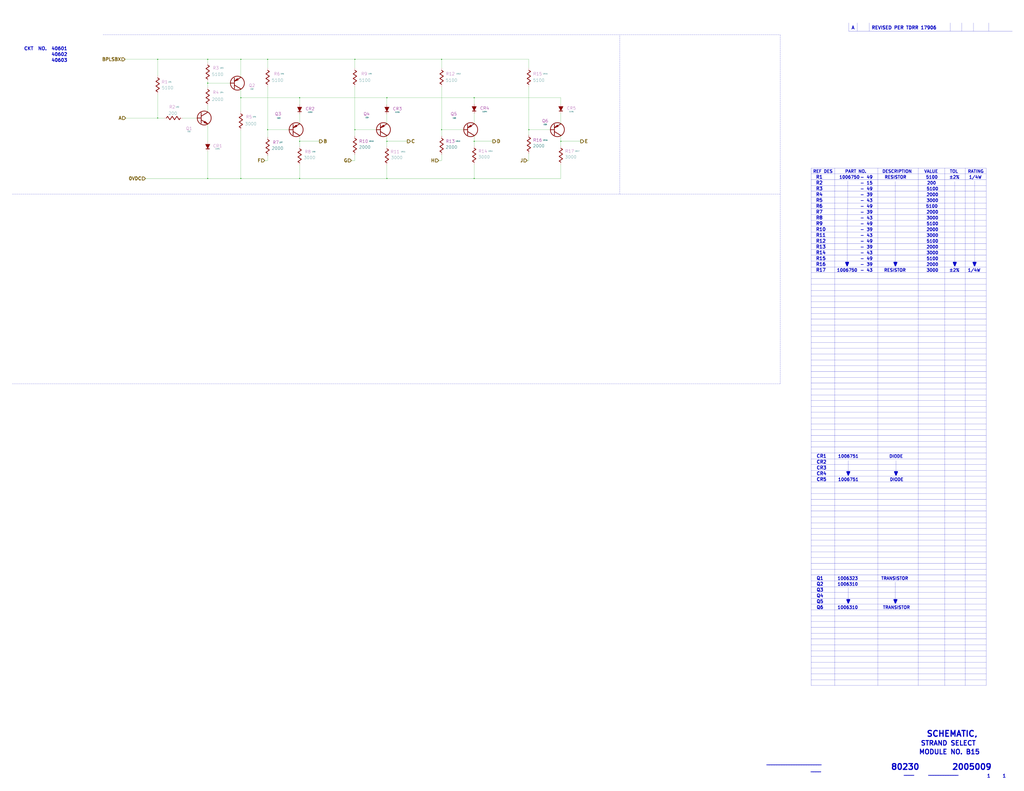
<source format=kicad_sch>
(kicad_sch (version 20211123) (generator eeschema)
  (paper "E")
  (lib_symbols
    (symbol "AGC_DSKY:Diode" (pin_numbers hide) (pin_names (offset 1.016) hide)
      (property "Reference" "CR" (at 0 5.08 0))
      (symbol "Diode_0_1"
        (polyline (pts (xy -2.54 -1.27) (xy -2.54 -1.905)) (stroke (width 0.762)))
        (polyline (pts (xy -2.54 1.27) (xy -2.54 -1.27)) (stroke (width 0.762)))
        (polyline (pts (xy -2.54 1.27) (xy -2.54 1.905)) (stroke (width 0.762)))
        (polyline (pts (xy -2.54 0) (xy 2.54 -2.54) (xy 2.54 2.54) (xy -2.54 0)) (stroke (width 0.2032)) (fill (type outline)))
      )
      (symbol "Diode_1_1"
        (pin passive line (at -5.08 0 0) (length 2.54) (name "K") (number "1"))
        (pin passive line (at 5.08 0 180) (length 2.54) (name "A") (number "2"))
      )
    )
    (symbol "AGC_DSKY:Resistor" (pin_numbers hide) (pin_names (offset 0) hide)
      (property "Reference" "R" (at -0.635 -4.445 0))
      (symbol "Resistor_0_1"
        (polyline (pts (xy -7.62 0) (xy -6.35 -1.905) (xy -3.81 1.905) (xy -1.27 -1.905) (xy 1.27 1.905) (xy 3.81 -1.905) (xy 6.35 1.905) (xy 7.62 0)) (stroke (width 0.762)))
      )
      (symbol "Resistor_1_1"
        (pin passive line (at -10.16 0 0) (length 2.54) (name "1") (number "1"))
        (pin passive line (at 10.16 0 180) (length 2.54) (name "2") (number "2"))
      )
    )
    (symbol "AGC_DSKY:Transistor-NPN" (pin_numbers hide) (pin_names (offset 0) hide)
      (property "Reference" "Q" (at 0 10.541 0))
      (symbol "Transistor-NPN_0_1"
        (polyline (pts (xy -3.302 -2.032) (xy 3.81 -6.35)) (stroke (width 0.762)))
        (polyline (pts (xy -3.302 2.032) (xy 3.81 6.35)) (stroke (width 0.762)))
        (polyline (pts (xy -3.302 5.969) (xy -3.302 -5.715)) (stroke (width 0.762)))
        (polyline (pts (xy -3.302 0) (xy -7.62 0) (xy -7.493 0)) (stroke (width 0.762)))
        (polyline (pts (xy -0.127 -4.826) (xy 0.635 -3.556) (xy 3.81 -6.35) (xy -0.254 -4.953)) (stroke (width 0.762)) (fill (type outline)))
        (circle (center 0 0) (radius 7.62) (stroke (width 0.762)))
      )
      (symbol "Transistor-NPN_1_1"
        (pin passive line (at 3.81 6.35 180) (length 0) (name "C") (number "1"))
        (pin passive line (at -7.62 0 0) (length 0) (name "B") (number "2"))
        (pin passive line (at 3.81 -6.35 180) (length 0) (name "E") (number "3"))
      )
    )
    (symbol "AGC_DSKY:Transistor-PNP" (pin_numbers hide) (pin_names (offset 0) hide)
      (property "Reference" "Q" (at -0.635 10.414 0))
      (symbol "Transistor-PNP_0_1"
        (polyline (pts (xy -3.302 -5.969) (xy -3.302 5.715)) (stroke (width 0.762)))
        (polyline (pts (xy -3.302 -2.032) (xy 3.81 -6.35)) (stroke (width 0.762)))
        (polyline (pts (xy -3.302 2.032) (xy 3.81 6.35)) (stroke (width 0.762)))
        (polyline (pts (xy -3.302 0) (xy -7.62 0) (xy -7.493 0)) (stroke (width 0.762)))
        (polyline (pts (xy 0.762 3.683) (xy 0 4.953) (xy -3.175 2.159) (xy 0.889 3.556)) (stroke (width 0.762)) (fill (type outline)))
        (circle (center 0 0) (radius 7.6454) (stroke (width 0.762)))
      )
      (symbol "Transistor-PNP_1_1"
        (pin passive line (at 3.81 6.35 180) (length 0) (name "E") (number "1"))
        (pin passive line (at -7.62 0 0) (length 0) (name "B") (number "2"))
        (pin passive line (at 3.81 -6.35 180) (length 0) (name "C") (number "3"))
      )
    )
  )
  (junction (at 422.275 106.68))
  (junction (at 612.14 154.305))
  (junction (at 422.275 194.945))
  (junction (at 172.085 128.905))
  (junction (at 172.085 64.77))
  (junction (at 481.965 64.77))
  (junction (at 481.965 141.605))
  (junction (at 517.525 154.305))
  (junction (at 262.89 64.77))
  (junction (at 262.89 106.68))
  (junction (at 327.025 154.305))
  (junction (at 387.35 141.605))
  (junction (at 292.1 141.605))
  (junction (at 517.525 106.68))
  (junction (at 226.695 64.77))
  (junction (at 262.89 194.945))
  (junction (at 327.025 106.68))
  (junction (at 387.35 64.77))
  (junction (at 226.695 90.805))
  (junction (at 422.275 154.305))
  (junction (at 327.025 194.945))
  (junction (at 292.1 64.77))
  (junction (at 517.525 194.945))
  (junction (at 226.695 194.945))
  (junction (at 577.215 141.605))
  (polyline (pts (xy 885.19 348.615) (xy 1076.325 348.615)) (stroke (width 0) (type solid)))
  (polyline (pts (xy 1040.765 286.7152) (xy 1043.305 286.7152)) (stroke (width 1.524) (type solid)))
  (polyline (pts (xy 925.83 518.4902) (xy 924.56 515.3152)) (stroke (width 1.524) (type solid)))
  (wire (pts (xy 612.14 194.945) (xy 612.14 179.705)))
  (polyline (pts (xy 977.265 658.1902) (xy 975.995 655.0152)) (stroke (width 1.524) (type solid)))
  (polyline (pts (xy 885.19 475.615) (xy 1076.325 475.615)) (stroke (width 0) (type solid)))
  (wire (pts (xy 262.89 64.77) (xy 292.1 64.77)))
  (polyline (pts (xy 885.19 183.515) (xy 885.19 748.665)) (stroke (width 0) (type solid)))
  (polyline (pts (xy 1064.895 286.7152) (xy 1063.625 289.8902)) (stroke (width 1.524) (type solid)))
  (polyline (pts (xy 885.19 215.265) (xy 1076.325 215.265)) (stroke (width 0) (type solid)))
  (polyline (pts (xy 885.19 589.915) (xy 1076.325 589.915)) (stroke (width 0) (type solid)))
  (polyline (pts (xy 885.19 697.865) (xy 1076.325 697.865)) (stroke (width 0) (type solid)))
  (polyline (pts (xy 885.19 424.815) (xy 1076.325 424.815)) (stroke (width 0) (type solid)))
  (polyline (pts (xy 112.395 38.1) (xy 851.535 38.1)))
  (wire (pts (xy 383.54 175.26) (xy 387.35 175.26)))
  (polyline (pts (xy 885.19 520.065) (xy 1076.325 520.065)) (stroke (width 0) (type solid)))
  (wire (pts (xy 612.14 135.255) (xy 612.14 123.825)))
  (polyline (pts (xy 1002.03 748.665) (xy 1002.03 183.515)) (stroke (width 0) (type solid)))
  (polyline (pts (xy 885.19 577.215) (xy 1076.325 577.215)) (stroke (width 0) (type solid)))
  (wire (pts (xy 292.1 141.605) (xy 315.595 141.605)))
  (polyline (pts (xy 1063.625 197.485) (xy 1063.625 289.56)) (stroke (width 0) (type solid)))
  (polyline (pts (xy 885.19 462.915) (xy 1076.325 462.915)) (stroke (width 0) (type solid)))
  (polyline (pts (xy 885.19 545.465) (xy 1076.325 545.465)) (stroke (width 0) (type solid)))
  (wire (pts (xy 577.215 64.77) (xy 577.215 74.295)))
  (wire (pts (xy 387.35 168.91) (xy 387.35 175.26)))
  (polyline (pts (xy 885.19 494.665) (xy 1076.325 494.665)) (stroke (width 0) (type solid)))
  (polyline (pts (xy 885.19 558.165) (xy 1076.325 558.165)) (stroke (width 0) (type solid)))
  (polyline (pts (xy 1076.325 183.515) (xy 1076.325 748.665)) (stroke (width 0) (type solid)))
  (polyline (pts (xy 924.56 289.8902) (xy 923.29 286.7152)) (stroke (width 1.524) (type solid)))
  (wire (pts (xy 481.965 64.77) (xy 577.215 64.77)))
  (polyline (pts (xy 885.19 208.915) (xy 1076.325 208.915)) (stroke (width 0) (type solid)))
  (polyline (pts (xy 885.19 183.515) (xy 1076.325 183.515)) (stroke (width 0) (type solid)))
  (wire (pts (xy 506.095 141.605) (xy 481.965 141.605)))
  (polyline (pts (xy 924.56 655.0152) (xy 927.1 655.0152)) (stroke (width 1.524) (type solid)))
  (polyline (pts (xy 885.19 691.515) (xy 1076.325 691.515)) (stroke (width 0) (type solid)))
  (polyline (pts (xy 885.19 443.865) (xy 1076.325 443.865)) (stroke (width 0) (type solid)))
  (wire (pts (xy 327.025 106.68) (xy 422.275 106.68)))
  (polyline (pts (xy 923.29 286.7152) (xy 925.83 286.7152)) (stroke (width 1.524) (type solid)))
  (polyline (pts (xy 885.19 405.765) (xy 1076.325 405.765)) (stroke (width 0) (type solid)))
  (polyline (pts (xy 885.19 227.965) (xy 1076.325 227.965)) (stroke (width 0) (type solid)))
  (polyline (pts (xy 885.19 196.215) (xy 1076.325 196.215)) (stroke (width 0) (type solid)))
  (polyline (pts (xy 1049.782 25.019) (xy 1049.782 34.036)) (stroke (width 0) (type solid)))
  (wire (pts (xy 410.845 141.605) (xy 387.35 141.605)))
  (polyline (pts (xy 1053.465 748.665) (xy 1053.465 183.515)) (stroke (width 0) (type solid)))
  (polyline (pts (xy 885.19 253.365) (xy 1076.325 253.365)) (stroke (width 0) (type solid)))
  (polyline (pts (xy 885.19 710.565) (xy 1076.325 710.565)) (stroke (width 0) (type solid)))
  (wire (pts (xy 172.085 64.77) (xy 172.085 82.55)))
  (wire (pts (xy 633.73 154.305) (xy 612.14 154.305)))
  (polyline (pts (xy 885.19 685.165) (xy 1076.325 685.165)) (stroke (width 0) (type solid)))
  (wire (pts (xy 387.35 64.77) (xy 387.35 74.295)))
  (polyline (pts (xy 885.19 608.965) (xy 1076.325 608.965)) (stroke (width 0) (type solid)))
  (polyline (pts (xy 885.19 513.715) (xy 1076.325 513.715)) (stroke (width 0) (type solid)))
  (wire (pts (xy 517.525 106.68) (xy 612.14 106.68)))
  (polyline (pts (xy 979.17 515.3152) (xy 977.9 518.4902)) (stroke (width 1.524) (type solid)))
  (wire (pts (xy 262.89 106.68) (xy 327.025 106.68)))
  (polyline (pts (xy 885.19 221.615) (xy 1076.325 221.615)) (stroke (width 0) (type solid)))
  (wire (pts (xy 262.89 97.155) (xy 262.89 106.68)))
  (polyline (pts (xy 885.19 323.215) (xy 1076.325 323.215)) (stroke (width 0) (type solid)))
  (wire (pts (xy 517.525 106.68) (xy 517.525 113.665)))
  (polyline (pts (xy 885.19 716.915) (xy 1076.325 716.915)) (stroke (width 0) (type solid)))
  (wire (pts (xy 577.215 94.615) (xy 577.215 141.605)))
  (wire (pts (xy 422.275 154.305) (xy 422.275 160.02)))
  (polyline (pts (xy 885.19 628.015) (xy 1076.325 628.015)) (stroke (width 0) (type solid)))
  (polyline (pts (xy 885.19 189.865) (xy 1076.325 189.865)) (stroke (width 0) (type solid)))
  (polyline (pts (xy 927.1 655.0152) (xy 925.83 658.1902)) (stroke (width 1.524) (type solid)))
  (wire (pts (xy 226.695 135.255) (xy 226.695 154.94)))
  (polyline (pts (xy 885.19 564.515) (xy 1076.325 564.515)) (stroke (width 0) (type solid)))
  (polyline (pts (xy 885.19 723.265) (xy 1076.325 723.265)) (stroke (width 0) (type solid)))
  (polyline (pts (xy 885.19 539.115) (xy 1076.325 539.115)) (stroke (width 0) (type solid)))
  (wire (pts (xy 517.525 179.705) (xy 517.525 194.945)))
  (polyline (pts (xy 885.19 342.265) (xy 1076.325 342.265)) (stroke (width 0) (type solid)))
  (wire (pts (xy 387.35 141.605) (xy 387.35 148.59)))
  (polyline (pts (xy 885.19 367.665) (xy 1076.325 367.665)) (stroke (width 0) (type solid)))
  (wire (pts (xy 481.965 168.91) (xy 481.965 175.26)))
  (wire (pts (xy 199.39 128.905) (xy 215.265 128.905)))
  (polyline (pts (xy 885.19 285.115) (xy 1076.325 285.115)) (stroke (width 0) (type solid)))
  (wire (pts (xy 292.1 64.77) (xy 387.35 64.77)))
  (wire (pts (xy 422.275 106.68) (xy 517.525 106.68)))
  (polyline (pts (xy 885.19 672.465) (xy 1076.325 672.465)) (stroke (width 0) (type solid)))
  (polyline (pts (xy 885.19 742.315) (xy 1076.325 742.315)) (stroke (width 0) (type solid)))
  (wire (pts (xy 292.1 141.605) (xy 292.1 149.86)))
  (polyline (pts (xy 885.19 488.315) (xy 1076.325 488.315)) (stroke (width 0) (type solid)))
  (wire (pts (xy 422.275 147.955) (xy 422.275 154.305)))
  (wire (pts (xy 612.14 106.68) (xy 612.14 113.665)))
  (wire (pts (xy 226.695 194.945) (xy 262.89 194.945)))
  (wire (pts (xy 136.525 64.77) (xy 172.085 64.77)))
  (polyline (pts (xy 978.535 655.0152) (xy 977.265 658.1902)) (stroke (width 1.524) (type solid)))
  (polyline (pts (xy 885.19 374.015) (xy 1076.325 374.015)) (stroke (width 0) (type solid)))
  (polyline (pts (xy 885.19 621.665) (xy 1076.325 621.665)) (stroke (width 0) (type solid)))
  (polyline (pts (xy 885.19 247.015) (xy 1076.325 247.015)) (stroke (width 0) (type solid)))
  (polyline (pts (xy 885.19 418.465) (xy 1076.325 418.465)) (stroke (width 0) (type solid)))
  (wire (pts (xy 292.1 170.18) (xy 292.1 175.26)))
  (polyline (pts (xy 948.69 25.019) (xy 948.69 34.036)) (stroke (width 0) (type solid)))
  (wire (pts (xy 537.845 154.305) (xy 517.525 154.305)))
  (polyline (pts (xy 925.83 641.985) (xy 925.83 658.495)) (stroke (width 0) (type solid)))
  (wire (pts (xy 517.525 135.255) (xy 517.525 123.825)))
  (wire (pts (xy 226.695 88.9) (xy 226.695 90.805)))
  (wire (pts (xy 422.275 135.255) (xy 422.275 124.46)))
  (polyline (pts (xy 925.83 286.7152) (xy 924.56 289.8902)) (stroke (width 1.524) (type solid)))
  (wire (pts (xy 481.965 141.605) (xy 481.965 148.59)))
  (wire (pts (xy 481.965 94.615) (xy 481.965 141.605)))
  (polyline (pts (xy 1078.992 25.019) (xy 1078.992 34.036)) (stroke (width 0) (type solid)))
  (polyline (pts (xy 924.56 515.3152) (xy 927.1 515.3152)) (stroke (width 1.524) (type solid)))
  (polyline (pts (xy 885.19 532.765) (xy 1076.325 532.765)) (stroke (width 0) (type solid)))
  (polyline (pts (xy 676.275 212.09) (xy 676.275 38.1)))
  (polyline (pts (xy 977.9 502.92) (xy 977.9 518.16)) (stroke (width 0) (type solid)))
  (polyline (pts (xy 885.19 748.665) (xy 1076.325 748.665)) (stroke (width 0) (type solid)))
  (polyline (pts (xy 885.19 615.315) (xy 1076.325 615.315)) (stroke (width 0) (type solid)))
  (polyline (pts (xy 885.19 234.315) (xy 1076.325 234.315)) (stroke (width 0) (type solid)))
  (polyline (pts (xy 977.265 198.12) (xy 977.265 289.56)) (stroke (width 0) (type solid)))
  (polyline (pts (xy 911.225 748.665) (xy 911.225 183.515)) (stroke (width 0) (type solid)))
  (polyline (pts (xy 885.19 361.315) (xy 1076.325 361.315)) (stroke (width 0) (type solid)))
  (polyline (pts (xy 885.19 297.815) (xy 1076.325 297.815)) (stroke (width 0) (type solid)))
  (polyline (pts (xy 885.19 653.415) (xy 1076.325 653.415)) (stroke (width 0) (type solid)))
  (polyline (pts (xy 885.19 386.715) (xy 1076.325 386.715)) (stroke (width 0) (type solid)))
  (polyline (pts (xy 885.19 278.765) (xy 1076.325 278.765)) (stroke (width 0) (type solid)))
  (wire (pts (xy 387.35 64.77) (xy 481.965 64.77)))
  (wire (pts (xy 517.525 154.305) (xy 517.525 159.385)))
  (wire (pts (xy 517.525 194.945) (xy 612.14 194.945)))
  (polyline (pts (xy 885.19 335.915) (xy 1076.325 335.915)) (stroke (width 0) (type solid)))
  (wire (pts (xy 478.79 175.26) (xy 481.965 175.26)))
  (polyline (pts (xy 885.19 399.415) (xy 1076.325 399.415)) (stroke (width 0) (type solid)))
  (wire (pts (xy 292.1 64.77) (xy 292.1 74.295)))
  (polyline (pts (xy 978.535 286.7152) (xy 977.265 289.8902)) (stroke (width 1.524) (type solid)))
  (wire (pts (xy 292.1 94.615) (xy 292.1 141.605)))
  (polyline (pts (xy 885.19 272.415) (xy 1076.325 272.415)) (stroke (width 0) (type solid)))
  (polyline (pts (xy 977.265 289.8902) (xy 975.995 286.7152)) (stroke (width 1.524) (type solid)))
  (wire (pts (xy 612.14 154.305) (xy 612.14 159.385)))
  (polyline (pts (xy 885.19 266.065) (xy 1076.325 266.065)) (stroke (width 0) (type solid)))
  (wire (pts (xy 226.695 115.57) (xy 226.695 122.555)))
  (polyline (pts (xy 885.19 450.215) (xy 1076.325 450.215)) (stroke (width 0) (type solid)))
  (polyline (pts (xy 958.215 183.515) (xy 958.215 748.665)) (stroke (width 0) (type solid)))
  (polyline (pts (xy 885.19 735.965) (xy 1076.325 735.965)) (stroke (width 0) (type solid)))
  (polyline (pts (xy 885.19 259.715) (xy 1076.325 259.715)) (stroke (width 0) (type solid)))
  (polyline (pts (xy 925.195 197.485) (xy 924.56 290.195)) (stroke (width 0) (type solid)))
  (polyline (pts (xy 885.19 704.215) (xy 1076.325 704.215)) (stroke (width 0) (type solid)))
  (wire (pts (xy 481.965 74.295) (xy 481.965 64.77)))
  (wire (pts (xy 327.025 135.255) (xy 327.025 124.46)))
  (polyline (pts (xy 885.19 437.515) (xy 1076.325 437.515)) (stroke (width 0) (type solid)))
  (polyline (pts (xy 885.19 380.365) (xy 1076.325 380.365)) (stroke (width 0) (type solid)))
  (wire (pts (xy 327.025 154.305) (xy 327.025 160.02)))
  (polyline (pts (xy 1037.082 25.019) (xy 1037.082 34.036)) (stroke (width 0) (type solid)))
  (wire (pts (xy 577.215 167.64) (xy 577.215 175.26)))
  (polyline (pts (xy 885.19 481.965) (xy 1076.325 481.965)) (stroke (width 0) (type solid)))
  (polyline (pts (xy 885.19 354.965) (xy 1076.325 354.965)) (stroke (width 0) (type solid)))
  (wire (pts (xy 517.525 154.305) (xy 517.525 147.955)))
  (polyline (pts (xy 927.1 515.3152) (xy 925.83 518.4902)) (stroke (width 1.524) (type solid)))
  (polyline (pts (xy 1042.035 289.8902) (xy 1040.765 286.7152)) (stroke (width 1.524) (type solid)))
  (polyline (pts (xy 976.63 515.3152) (xy 979.17 515.3152)) (stroke (width 1.524) (type solid)))
  (wire (pts (xy 600.71 141.605) (xy 577.215 141.605)))
  (polyline (pts (xy 925.83 518.795) (xy 925.83 502.92)) (stroke (width 0) (type solid)))
  (polyline (pts (xy 885.19 666.115) (xy 1076.325 666.115)) (stroke (width 0) (type solid)))
  (wire (pts (xy 387.35 94.615) (xy 387.35 141.605)))
  (polyline (pts (xy 885.19 304.165) (xy 1076.325 304.165)) (stroke (width 0) (type solid)))
  (wire (pts (xy 179.07 128.905) (xy 172.085 128.905)))
  (wire (pts (xy 226.695 194.945) (xy 226.695 165.1)))
  (polyline (pts (xy 885.19 412.115) (xy 1076.325 412.115)) (stroke (width 0) (type solid)))
  (polyline (pts (xy 925.83 658.1902) (xy 924.56 655.0152)) (stroke (width 1.524) (type solid)))
  (polyline (pts (xy 885.19 640.715) (xy 1076.325 640.715)) (stroke (width 0) (type solid)))
  (wire (pts (xy 327.025 106.68) (xy 327.025 114.3)))
  (polyline (pts (xy 935.736 25.019) (xy 935.736 34.036)) (stroke (width 0) (type solid)))
  (polyline (pts (xy 1063.625 289.8902) (xy 1062.355 286.7152)) (stroke (width 1.524) (type solid)))
  (polyline (pts (xy 885.19 570.865) (xy 1076.325 570.865)) (stroke (width 0) (type solid)))
  (polyline (pts (xy 926.211 34.036) (xy 1104.9 34.036)) (stroke (width 0) (type solid)))
  (wire (pts (xy 262.89 194.945) (xy 327.025 194.945)))
  (polyline (pts (xy 975.995 286.7152) (xy 978.535 286.7152)) (stroke (width 1.524) (type solid)))
  (wire (pts (xy 422.275 194.945) (xy 517.525 194.945)))
  (wire (pts (xy 577.215 141.605) (xy 577.215 147.32)))
  (polyline (pts (xy 977.9 518.4902) (xy 976.63 515.3152)) (stroke (width 1.524) (type solid)))
  (polyline (pts (xy 885.19 583.565) (xy 1076.325 583.565)) (stroke (width 0) (type solid)))
  (polyline (pts (xy 885.19 329.565) (xy 1076.325 329.565)) (stroke (width 0) (type solid)))
  (polyline (pts (xy 885.19 291.465) (xy 1076.325 291.465)) (stroke (width 0) (type solid)))
  (polyline (pts (xy 1062.355 286.7152) (xy 1064.895 286.7152)) (stroke (width 1.524) (type solid)))
  (polyline (pts (xy 1031.24 183.515) (xy 1031.24 748.665)) (stroke (width 0) (type solid)))
  (wire (pts (xy 422.275 194.945) (xy 422.275 180.34)))
  (wire (pts (xy 226.695 194.945) (xy 158.75 194.945)))
  (polyline (pts (xy 885.19 310.515) (xy 1076.325 310.515)) (stroke (width 0) (type solid)))
  (polyline (pts (xy 885.19 456.565) (xy 1076.325 456.565)) (stroke (width 0) (type solid)))
  (polyline (pts (xy 885.19 602.615) (xy 1076.325 602.615)) (stroke (width 0) (type solid)))
  (polyline (pts (xy 885.19 202.565) (xy 1076.325 202.565)) (stroke (width 0) (type solid)))
  (wire (pts (xy 172.085 128.905) (xy 137.16 128.905)))
  (polyline (pts (xy 885.19 240.665) (xy 1076.325 240.665)) (stroke (width 0) (type solid)))
  (polyline (pts (xy 1042.035 198.12) (xy 1042.035 289.56)) (stroke (width 0) (type solid)))
  (polyline (pts (xy 885.19 596.265) (xy 1076.325 596.265)) (stroke (width 0) (type solid)))
  (polyline (pts (xy 851.535 38.1) (xy 851.535 419.1)))
  (wire (pts (xy 172.085 102.87) (xy 172.085 128.905)))
  (wire (pts (xy 226.695 90.805) (xy 226.695 95.25)))
  (wire (pts (xy 422.275 106.68) (xy 422.275 114.3)))
  (polyline (pts (xy 13.335 212.09) (xy 851.535 212.09)))
  (polyline (pts (xy 885.19 551.815) (xy 1076.325 551.815)) (stroke (width 0) (type solid)))
  (polyline (pts (xy 977.265 635.635) (xy 977.265 657.86)) (stroke (width 0) (type solid)))
  (wire (pts (xy 348.615 154.305) (xy 327.025 154.305)))
  (polyline (pts (xy 885.19 317.5) (xy 1076.325 317.5)) (stroke (width 0) (type solid)))
  (polyline (pts (xy 885.19 647.065) (xy 1076.325 647.065)) (stroke (width 0) (type solid)))
  (polyline (pts (xy 885.19 501.015) (xy 1076.325 501.015)) (stroke (width 0) (type solid)))
  (wire (pts (xy 251.46 90.805) (xy 226.695 90.805)))
  (wire (pts (xy 575.31 175.26) (xy 577.215 175.26)))
  (polyline (pts (xy 851.535 419.1) (xy 13.335 419.1)))
  (polyline (pts (xy 885.19 507.365) (xy 1076.325 507.365)) (stroke (width 0) (type solid)))
  (wire (pts (xy 612.14 147.955) (xy 612.14 154.305)))
  (wire (pts (xy 262.89 194.945) (xy 262.89 142.24)))
  (wire (pts (xy 327.025 194.945) (xy 327.025 180.34)))
  (wire (pts (xy 262.89 64.77) (xy 262.89 84.455)))
  (polyline (pts (xy 885.19 469.265) (xy 1076.325 469.265)) (stroke (width 0) (type solid)))
  (polyline (pts (xy 885.19 659.765) (xy 1076.325 659.765)) (stroke (width 0) (type solid)))
  (polyline (pts (xy 975.995 655.0152) (xy 978.535 655.0152)) (stroke (width 1.524) (type solid)))
  (wire (pts (xy 327.025 147.955) (xy 327.025 154.305)))
  (polyline (pts (xy 885.19 729.615) (xy 1076.325 729.615)) (stroke (width 0) (type solid)))
  (wire (pts (xy 172.085 64.77) (xy 226.695 64.77)))
  (wire (pts (xy 226.695 68.58) (xy 226.695 64.77)))
  (polyline (pts (xy 926.211 25.019) (xy 926.211 34.036)) (stroke (width 0) (type solid)))
  (wire (pts (xy 327.025 194.945) (xy 422.275 194.945)))
  (wire (pts (xy 226.695 64.77) (xy 262.89 64.77)))
  (polyline (pts (xy 885.19 634.365) (xy 1076.325 634.365)) (stroke (width 0) (type solid)))
  (polyline (pts (xy 885.19 393.065) (xy 1076.325 393.065)) (stroke (width 0) (type solid)))
  (polyline (pts (xy 885.19 526.415) (xy 1076.325 526.415)) (stroke (width 0) (type solid)))
  (polyline (pts (xy 1062.482 25.019) (xy 1062.482 34.036)) (stroke (width 0) (type solid)))
  (polyline (pts (xy 885.19 678.815) (xy 1076.325 678.815)) (stroke (width 0) (type solid)))
  (polyline (pts (xy 885.19 431.165) (xy 1076.325 431.165)) (stroke (width 0) (type solid)))
  (polyline (pts (xy 1043.305 286.7152) (xy 1042.035 289.8902)) (stroke (width 1.524) (type solid)))
  (wire (pts (xy 262.89 106.68) (xy 262.89 121.92)))
  (wire (pts (xy 288.925 175.26) (xy 292.1 175.26)))
  (wire (pts (xy 444.5 154.305) (xy 422.275 154.305)))
  (text "CR4" (at 890.905 519.43 0) (effects (font (size 3.556 3.556) (thickness 0.7112) bold) (justify left bottom)))
  (text "-" (at 938.53 233.68 0) (effects (font (size 3.302 3.302) (thickness 0.6604) bold) (justify left bottom)))
  (text "R1" (at 890.27 195.58 0) (effects (font (size 3.556 3.556) (thickness 0.7112) bold) (justify left bottom)))
  (text "39" (at 945.515 271.78 0) (effects (font (size 3.302 3.302) (thickness 0.6604) bold) (justify left bottom)))
  (text "2005009" (at 1038.7076 841.3496 0) (effects (font (size 6.35 6.35) (thickness 1.27) bold) (justify left bottom)))
  (text "39" (at 945.515 290.83 0) (effects (font (size 3.302 3.302) (thickness 0.6604) bold) (justify left bottom)))
  (text "-" (at 938.53 265.43 0) (effects (font (size 3.302 3.302) (thickness 0.6604) bold) (justify left bottom)))
  (text "43" (at 945.515 259.08 0) (effects (font (size 3.302 3.302) (thickness 0.6604) bold) (justify left bottom)))
  (text "REF DES" (at 887.095 189.23 0) (effects (font (size 3.302 3.302) (thickness 0.6604) bold) (justify left bottom)))
  (text "-" (at 938.53 195.58 0) (effects (font (size 3.302 3.302) (thickness 0.6604) bold) (justify left bottom)))
  (text "R14" (at 890.27 278.13 0) (effects (font (size 3.556 3.556) (thickness 0.7112) bold) (justify left bottom)))
  (text "2000" (at 1010.92 290.83 0) (effects (font (size 3.302 3.302) (thickness 0.6604) bold) (justify left bottom)))
  (text "CR3" (at 890.905 513.08 0) (effects (font (size 3.556 3.556) (thickness 0.7112) bold) (justify left bottom)))
  (text "MODULE NO. B15" (at 1002.665 824.23 0) (effects (font (size 5.08 5.08) (thickness 1.016) bold) (justify left bottom)))
  (text "1     1" (at 1076.96 849.63 0) (effects (font (size 3.556 3.556) (thickness 0.7112) bold) (justify left bottom)))
  (text "15" (at 945.515 201.93 0) (effects (font (size 3.302 3.302) (thickness 0.6604) bold) (justify left bottom)))
  (text "-" (at 938.53 246.38 0) (effects (font (size 3.302 3.302) (thickness 0.6604) bold) (justify left bottom)))
  (text "____________" (at 1012.825 847.09 0) (effects (font (size 3.556 3.556) (thickness 0.7112) bold) (justify left bottom)))
  (text "5100" (at 1010.92 246.38 0) (effects (font (size 3.302 3.302) (thickness 0.6604) bold) (justify left bottom)))
  (text "R7" (at 890.27 233.68 0) (effects (font (size 3.556 3.556) (thickness 0.7112) bold) (justify left bottom)))
  (text "R4" (at 890.27 214.63 0) (effects (font (size 3.556 3.556) (thickness 0.7112) bold) (justify left bottom)))
  (text "49" (at 945.515 246.38 0) (effects (font (size 3.302 3.302) (thickness 0.6604) bold) (justify left bottom)))
  (text "-" (at 938.53 240.03 0) (effects (font (size 3.302 3.302) (thickness 0.6604) bold) (justify left bottom)))
  (text "3000" (at 1010.92 297.18 0) (effects (font (size 3.302 3.302) (thickness 0.6604) bold) (justify left bottom)))
  (text "Q6" (at 890.905 665.48 0) (effects (font (size 3.556 3.556) (thickness 0.7112) bold) (justify left bottom)))
  (text "CR2" (at 890.905 506.73 0) (effects (font (size 3.556 3.556) (thickness 0.7112) bold) (justify left bottom)))
  (text "R15" (at 890.27 284.48 0) (effects (font (size 3.556 3.556) (thickness 0.7112) bold) (justify left bottom)))
  (text "40602" (at 55.88 61.595 0) (effects (font (size 3.556 3.556) (thickness 0.7112) bold) (justify left bottom)))
  (text "VALUE" (at 1008.38 189.23 0) (effects (font (size 3.302 3.302) (thickness 0.6604) bold) (justify left bottom)))
  (text "2000" (at 1010.92 214.63 0) (effects (font (size 3.302 3.302) (thickness 0.6604) bold) (justify left bottom)))
  (text "200" (at 1011.555 201.93 0) (effects (font (size 3.302 3.302) (thickness 0.6604) bold) (justify left bottom)))
  (text "1006751" (at 914.4 525.78 0) (effects (font (size 3.302 3.302) (thickness 0.6604) bold) (justify left bottom)))
  (text "49" (at 945.515 265.43 0) (effects (font (size 3.302 3.302) (thickness 0.6604) bold) (justify left bottom)))
  (text "R6" (at 890.27 227.33 0) (effects (font (size 3.556 3.556) (thickness 0.7112) bold) (justify left bottom)))
  (text "1/4W" (at 1056.005 297.18 0) (effects (font (size 3.302 3.302) (thickness 0.6604) bold) (justify left bottom)))
  (text "1006751" (at 914.4 500.38 0) (effects (font (size 3.302 3.302) (thickness 0.6604) bold) (justify left bottom)))
  (text "5100" (at 1010.92 208.28 0) (effects (font (size 3.302 3.302) (thickness 0.6604) bold) (justify left bottom)))
  (text "-" (at 938.53 214.63 0) (effects (font (size 3.302 3.302) (thickness 0.6604) bold) (justify left bottom)))
  (text "DESCRIPTION" (at 962.66 189.23 0) (effects (font (size 3.302 3.302) (thickness 0.6604) bold) (justify left bottom)))
  (text "80230" (at 972.0326 841.3496 0) (effects (font (size 6.35 6.35) (thickness 1.27) bold) (justify left bottom)))
  (text "39" (at 945.515 233.68 0) (effects (font (size 3.302 3.302) (thickness 0.6604) bold) (justify left bottom)))
  (text "-" (at 938.53 284.48 0) (effects (font (size 3.302 3.302) (thickness 0.6604) bold) (justify left bottom)))
  (text "R8" (at 890.27 240.03 0) (effects (font (size 3.556 3.556) (thickness 0.7112) bold) (justify left bottom)))
  (text "39" (at 945.515 252.73 0) (effects (font (size 3.302 3.302) (thickness 0.6604) bold) (justify left bottom)))
  (text "5100" (at 1010.92 265.43 0) (effects (font (size 3.302 3.302) (thickness 0.6604) bold) (justify left bottom)))
  (text "49" (at 945.515 195.58 0) (effects (font (size 3.302 3.302) (thickness 0.6604) bold) (justify left bottom)))
  (text "RESISTOR" (at 965.2 195.58 0) (effects (font (size 3.302 3.302) (thickness 0.6604) bold) (justify left bottom)))
  (text "3000" (at 1010.92 259.08 0) (effects (font (size 3.302 3.302) (thickness 0.6604) bold) (justify left bottom)))
  (text "39" (at 945.515 214.63 0) (effects (font (size 3.302 3.302) (thickness 0.6604) bold) (justify left bottom)))
  (text "R11" (at 890.27 259.08 0) (effects (font (size 3.556 3.556) (thickness 0.7112) bold) (justify left bottom)))
  (text "Q1" (at 890.905 633.73 0) (effects (font (size 3.556 3.556) (thickness 0.7112) bold) (justify left bottom)))
  (text "±2%" (at 1035.685 195.58 0) (effects (font (size 3.302 3.302) (thickness 0.6604) bold) (justify left bottom)))
  (text "TRANSISTOR" (at 963.295 665.48 0) (effects (font (size 3.302 3.302) (thickness 0.6604) bold) (justify left bottom)))
  (text "2000" (at 1010.92 252.73 0) (effects (font (size 3.302 3.302) (thickness 0.6604) bold) (justify left bottom)))
  (text "-" (at 938.53 220.98 0) (effects (font (size 3.302 3.302) (thickness 0.6604) bold) (justify left bottom)))
  (text "____" (at 884.555 843.28 0) (effects (font (size 3.556 3.556) (thickness 0.7112) bold) (justify left bottom)))
  (text "-" (at 938.53 290.83 0) (effects (font (size 3.302 3.302) (thickness 0.6604) bold) (justify left bottom)))
  (text "R13" (at 890.27 271.78 0) (effects (font (size 3.556 3.556) (thickness 0.7112) bold) (justify left bottom)))
  (text "CR1" (at 890.905 500.38 0) (effects (font (size 3.556 3.556) (thickness 0.7112) bold) (justify left bottom)))
  (text "-" (at 938.53 278.13 0) (effects (font (size 3.302 3.302) (thickness 0.6604) bold) (justify left bottom)))
  (text "R17" (at 890.27 297.18 0) (effects (font (size 3.556 3.556) (thickness 0.7112) bold) (justify left bottom)))
  (text "-" (at 938.53 259.08 0) (effects (font (size 3.302 3.302) (thickness 0.6604) bold) (justify left bottom)))
  (text "TOL" (at 1036.32 189.23 0) (effects (font (size 3.302 3.302) (thickness 0.6604) bold) (justify left bottom)))
  (text "R2" (at 890.27 201.93 0) (effects (font (size 3.556 3.556) (thickness 0.7112) bold) (justify left bottom)))
  (text "40603" (at 55.88 67.945 0) (effects (font (size 3.556 3.556) (thickness 0.7112) bold) (justify left bottom)))
  (text "R16" (at 890.27 290.83 0) (effects (font (size 3.556 3.556) (thickness 0.7112) bold) (justify left bottom)))
  (text "1006750" (at 915.67 195.58 0) (effects (font (size 3.302 3.302) (thickness 0.6604) bold) (justify left bottom)))
  (text "3000" (at 1010.92 220.98 0) (effects (font (size 3.302 3.302) (thickness 0.6604) bold) (justify left bottom)))
  (text "-" (at 938.53 297.18 0) (effects (font (size 3.302 3.302) (thickness 0.6604) bold) (justify left bottom)))
  (text "A       REVISED PER TDRR 17906" (at 929.005 32.512 0) (effects (font (size 3.556 3.556) (thickness 0.7112) bold) (justify left bottom)))
  (text "CR5" (at 890.905 525.78 0) (effects (font (size 3.556 3.556) (thickness 0.7112) bold) (justify left bottom)))
  (text "-" (at 938.53 227.33 0) (effects (font (size 3.302 3.302) (thickness 0.6604) bold) (justify left bottom)))
  (text "STRAND SELECT" (at 1004.57 814.705 0) (effects (font (size 5.08 5.08) (thickness 1.016) bold) (justify left bottom)))
  (text "RESISTOR" (at 964.565 297.18 0) (effects (font (size 3.302 3.302) (thickness 0.6604) bold) (justify left bottom)))
  (text "1006310" (at 913.765 665.48 0) (effects (font (size 3.302 3.302) (thickness 0.6604) bold) (justify left bottom)))
  (text "-" (at 938.53 271.78 0) (effects (font (size 3.302 3.302) (thickness 0.6604) bold) (justify left bottom)))
  (text "5100" (at 1010.285 227.33 0) (effects (font (size 3.302 3.302) (thickness 0.6604) bold) (justify left bottom)))
  (text "43" (at 945.515 278.13 0) (effects (font (size 3.302 3.302) (thickness 0.6604) bold) (justify left bottom)))
  (text "R9" (at 890.27 246.38 0) (effects (font (size 3.556 3.556) (thickness 0.7112) bold) (justify left bottom)))
  (text "3000" (at 1010.92 278.13 0) (effects (font (size 3.302 3.302) (thickness 0.6604) bold) (justify left bottom)))
  (text "RATING" (at 1056.005 189.23 0) (effects (font (size 3.302 3.302) (thickness 0.6604) bold) (justify left bottom)))
  (text "40601" (at 55.88 55.245 0) (effects (font (size 3.556 3.556) (thickness 0.7112) bold) (justify left bottom)))
  (text "CKT  NO." (at 26.035 55.245 0) (effects (font (size 3.556 3.556) (thickness 0.7112) bold) (justify left bottom)))
  (text "Q5" (at 890.905 659.13 0) (effects (font (size 3.556 3.556) (thickness 0.7112) bold) (justify left bottom)))
  (text "3000" (at 1010.92 240.03 0) (effects (font (size 3.302 3.302) (thickness 0.6604) bold) (justify left bottom)))
  (text "1006310" (at 913.765 640.08 0) (effects (font (size 3.302 3.302) (thickness 0.6604) bold) (justify left bottom)))
  (text "49" (at 945.515 208.28 0) (effects (font (size 3.302 3.302) (thickness 0.6604) bold) (justify left bottom)))
  (text "______________________" (at 836.295 835.66 0) (effects (font (size 3.556 3.556) (thickness 0.7112) bold) (justify left bottom)))
  (text "R3" (at 890.27 208.28 0) (effects (font (size 3.556 3.556) (thickness 0.7112) bold) (justify left bottom)))
  (text "43" (at 945.515 297.18 0) (effects (font (size 3.302 3.302) (thickness 0.6604) bold) (justify left bottom)))
  (text "-" (at 938.53 201.93 0) (effects (font (size 3.302 3.302) (thickness 0.6604) bold) (justify left bottom)))
  (text "Q3" (at 890.905 646.43 0) (effects (font (size 3.556 3.556) (thickness 0.7112) bold) (justify left bottom)))
  (text "2000" (at 1010.92 233.68 0) (effects (font (size 3.302 3.302) (thickness 0.6604) bold) (justify left bottom)))
  (text "-" (at 938.53 208.28 0) (effects (font (size 3.302 3.302) (thickness 0.6604) bold) (justify left bottom)))
  (text "±2%" (at 1035.685 297.18 0) (effects (font (size 3.302 3.302) (thickness 0.6604) bold) (justify left bottom)))
  (text "PART NO." (at 922.02 189.23 0) (effects (font (size 3.302 3.302) (thickness 0.6604) bold) (justify left bottom)))
  (text "2000" (at 1010.92 271.78 0) (effects (font (size 3.302 3.302) (thickness 0.6604) bold) (justify left bottom)))
  (text "Q2" (at 890.905 640.08 0) (effects (font (size 3.556 3.556) (thickness 0.7112) bold) (justify left bottom)))
  (text "5100" (at 1010.285 195.58 0) (effects (font (size 3.302 3.302) (thickness 0.6604) bold) (justify left bottom)))
  (text "R5" (at 890.27 220.98 0) (effects (font (size 3.556 3.556) (thickness 0.7112) bold) (justify left bottom)))
  (text "____" (at 986.155 847.09 0) (effects (font (size 3.556 3.556) (thickness 0.7112) bold) (justify left bottom)))
  (text "1006323" (at 913.765 633.73 0) (effects (font (size 3.302 3.302) (thickness 0.6604) bold) (justify left bottom)))
  (text "SCHEMATIC," (at 1010.92 805.18 0) (effects (font (size 6.35 6.35) (thickness 1.27) bold) (justify left bottom)))
  (text "43" (at 945.515 240.03 0) (effects (font (size 3.302 3.302) (thickness 0.6604) bold) (justify left bottom)))
  (text "TRANSISTOR" (at 961.39 633.73 0) (effects (font (size 3.302 3.302) (thickness 0.6604) bold) (justify left bottom)))
  (text "43" (at 945.515 220.98 0) (effects (font (size 3.302 3.302) (thickness 0.6604) bold) (justify left bottom)))
  (text "5100" (at 1010.92 284.48 0) (effects (font (size 3.302 3.302) (thickness 0.6604) bold) (justify left bottom)))
  (text "1006750" (at 913.13 297.18 0) (effects (font (size 3.302 3.302) (thickness 0.6604) bold) (justify left bottom)))
  (text "49" (at 945.515 284.48 0) (effects (font (size 3.302 3.302) (thickness 0.6604) bold) (justify left bottom)))
  (text "R10" (at 890.27 252.73 0) (effects (font (size 3.556 3.556) (thickness 0.7112) bold) (justify left bottom)))
  (text "DIODE" (at 970.28 500.38 0) (effects (font (size 3.302 3.302) (thickness 0.6604) bold) (justify left bottom)))
  (text "-" (at 938.53 252.73 0) (effects (font (size 3.302 3.302) (thickness 0.6604) bold) (justify left bottom)))
  (text "DIODE" (at 970.915 525.78 0) (effects (font (size 3.302 3.302) (thickness 0.6604) bold) (justify left bottom)))
  (text "1/4W" (at 1057.275 195.58 0) (effects (font (size 3.302 3.302) (thickness 0.6604) bold) (justify left bottom)))
  (text "R12" (at 890.27 265.43 0) (effects (font (size 3.556 3.556) (thickness 0.7112) bold) (justify left bottom)))
  (text "Q4" (at 890.905 652.78 0) (effects (font (size 3.556 3.556) (thickness 0.7112) bold) (justify left bottom)))
  (text "49" (at 945.515 227.33 0) (effects (font (size 3.302 3.302) (thickness 0.6604) bold) (justify left bottom)))
  (hierarchical_label "H" (shape input) (at 478.79 175.26 180) (effects (font (size 3.556 3.556) (thickness 0.7112) bold)))
  (hierarchical_label "J" (shape input) (at 575.31 175.26 180) (effects (font (size 3.556 3.556) (thickness 0.7112) bold)))
  (hierarchical_label "B" (shape output) (at 348.615 154.305 0) (effects (font (size 3.556 3.556) (thickness 0.7112) bold)))
  (hierarchical_label "0VDC" (shape input) (at 158.75 194.945 180) (effects (font (size 3.556 3.556) (thickness 0.7112) bold)))
  (hierarchical_label "E" (shape output) (at 633.73 154.305 0) (effects (font (size 3.556 3.556) (thickness 0.7112) bold)))
  (hierarchical_label "A" (shape input) (at 137.16 128.905 180) (effects (font (size 3.556 3.556) (thickness 0.7112) bold)))
  (hierarchical_label "G" (shape input) (at 383.54 175.26 180) (effects (font (size 3.556 3.556) (thickness 0.7112) bold)))
  (hierarchical_label "C" (shape output) (at 444.5 154.305 0) (effects (font (size 3.556 3.556) (thickness 0.7112) bold)))
  (hierarchical_label "BPLSBX" (shape input) (at 136.525 64.77 180) (effects (font (size 3.556 3.556) (thickness 0.7112) bold)))
  (hierarchical_label "D" (shape output) (at 537.845 154.305 0) (effects (font (size 3.556 3.556) (thickness 0.7112) bold)))
  (hierarchical_label "F" (shape input) (at 288.925 175.26 180) (effects (font (size 3.556 3.556) (thickness 0.7112) bold)))
  (symbol (lib_id "AGC_DSKY:Resistor") (at 172.085 92.71 90) (mirror x)
    (property "Reference" "1R1" (at 185.42 89.535 90))
    (property "Value" "5100" (at 182.88 95.885 90) (effects (font (size 3.302 3.302))))
    (property "OREFD" "R1" (at 179.705 89.535 90) (effects (font (size 3.302 3.302))))
  )
  (symbol (lib_id "AGC_DSKY:Resistor") (at 189.23 128.905 0) (mirror y)
    (property "Reference" "1R2" (at 193.675 116.84 0))
    (property "Value" "200" (at 188.595 123.825 0) (effects (font (size 3.302 3.302))))
    (property "OREFD" "R2" (at 187.96 116.84 0) (effects (font (size 3.302 3.302))))
  )
  (symbol (lib_id "AGC_DSKY:Transistor-NPN") (at 222.885 128.905 0)
    (property "Reference" "1Q1" (at 206.375 143.51 0))
    (property "Value" "Transistor-NPN" (effects hide))
    (property "OREFD" "Q1" (at 206.375 140.335 0) (effects (font (size 3.302 3.302))))
  )
  (symbol (lib_id "AGC_DSKY:Diode") (at 226.695 160.02 90)
    (property "Reference" "1CR1" (at 237.49 162.56 90))
    (property "Value" "Diode" (effects hide))
    (property "OREFD" "CR1" (at 237.49 159.385 90) (effects (font (size 3.302 3.302))))
  )
  (symbol (lib_id "AGC_DSKY:Resistor") (at 226.695 78.74 90) (mirror x)
    (property "Reference" "1R3" (at 241.935 74.295 90))
    (property "Value" "5100" (at 237.49 81.28 90) (effects (font (size 3.302 3.302))))
    (property "OREFD" "R3" (at 235.585 74.295 90) (effects (font (size 3.302 3.302))))
  )
  (symbol (lib_id "AGC_DSKY:Resistor") (at 226.695 105.41 90) (mirror x)
    (property "Reference" "1R4" (at 241.935 100.965 90))
    (property "Value" "2000" (at 237.49 108.585 90) (effects (font (size 3.302 3.302))))
    (property "OREFD" "R4" (at 235.585 100.965 90) (effects (font (size 3.302 3.302))))
  )
  (symbol (lib_id "AGC_DSKY:Transistor-PNP") (at 259.08 90.805 0)
    (property "Reference" "1Q2" (at 274.955 97.155 0))
    (property "Value" "Transistor-PNP" (effects hide))
    (property "OREFD" "Q2" (at 274.955 93.345 0) (effects (font (size 3.302 3.302))))
  )
  (symbol (lib_id "AGC_DSKY:Resistor") (at 262.89 132.08 90) (mirror x)
    (property "Reference" "1R5" (at 277.495 127.635 90))
    (property "Value" "3000" (at 273.685 135.255 90) (effects (font (size 3.302 3.302))))
    (property "OREFD" "R5" (at 271.78 127.635 90) (effects (font (size 3.302 3.302))))
  )
  (symbol (lib_id "AGC_DSKY:Transistor-PNP") (at 323.215 141.605 0)
    (property "Reference" "1Q3" (at 304.165 128.905 0))
    (property "Value" "Transistor-PNP" (effects hide))
    (property "OREFD" "Q3" (at 303.53 124.46 0) (effects (font (size 3.302 3.302))))
  )
  (symbol (lib_id "AGC_DSKY:Resistor") (at 292.1 84.455 90) (mirror x)
    (property "Reference" "1R6" (at 307.975 80.645 90))
    (property "Value" "5100" (at 302.895 87.63 90) (effects (font (size 3.302 3.302))))
    (property "OREFD" "R6" (at 302.26 80.645 90) (effects (font (size 3.302 3.302))))
  )
  (symbol (lib_id "AGC_DSKY:Resistor") (at 292.1 160.02 90) (mirror x)
    (property "Reference" "1R7" (at 306.705 155.575 90))
    (property "Value" "2000" (at 302.895 161.925 90) (effects (font (size 3.302 3.302))))
    (property "OREFD" "R7" (at 300.99 155.575 90) (effects (font (size 3.302 3.302))))
  )
  (symbol (lib_id "AGC_DSKY:Resistor") (at 327.025 170.18 90) (mirror x)
    (property "Reference" "1R8" (at 342.265 165.735 90))
    (property "Value" "3000" (at 337.82 172.085 90) (effects (font (size 3.302 3.302))))
    (property "OREFD" "R8" (at 335.915 165.735 90) (effects (font (size 3.302 3.302))))
  )
  (symbol (lib_id "AGC_DSKY:Diode") (at 327.025 119.38 90)
    (property "Reference" "1CR2" (at 338.455 122.555 90))
    (property "Value" "Diode" (effects hide))
    (property "OREFD" "CR2" (at 338.455 118.745 90) (effects (font (size 3.302 3.302))))
  )
  (symbol (lib_id "AGC_DSKY:Resistor") (at 387.35 158.75 90) (mirror x)
    (property "Reference" "1R10" (at 405.13 154.305 90))
    (property "Value" "2000" (at 398.145 160.655 90) (effects (font (size 3.302 3.302))))
    (property "OREFD" "R10" (at 396.875 154.305 90) (effects (font (size 3.302 3.302))))
  )
  (symbol (lib_id "AGC_DSKY:Resistor") (at 387.35 84.455 90) (mirror x)
    (property "Reference" "1R9" (at 403.86 80.645 90))
    (property "Value" "5100" (at 398.145 87.63 90) (effects (font (size 3.302 3.302))))
    (property "OREFD" "R9" (at 397.51 80.645 90) (effects (font (size 3.302 3.302))))
  )
  (symbol (lib_id "AGC_DSKY:Transistor-PNP") (at 418.465 141.605 0)
    (property "Reference" "1Q4" (at 400.685 128.27 0))
    (property "Value" "Transistor-PNP" (effects hide))
    (property "OREFD" "Q4" (at 400.05 124.46 0) (effects (font (size 3.302 3.302))))
  )
  (symbol (lib_id "AGC_DSKY:Transistor-PNP") (at 513.715 141.605 0)
    (property "Reference" "1Q5" (at 495.935 128.905 0))
    (property "Value" "Transistor-PNP" (effects hide))
    (property "OREFD" "Q5" (at 495.3 124.46 0) (effects (font (size 3.302 3.302))))
  )
  (symbol (lib_id "AGC_DSKY:Resistor") (at 481.965 158.75 90) (mirror x)
    (property "Reference" "1R13" (at 499.745 154.305 90))
    (property "Value" "2000" (at 492.76 160.655 90) (effects (font (size 3.302 3.302))))
    (property "OREFD" "R13" (at 491.49 154.305 90) (effects (font (size 3.302 3.302))))
  )
  (symbol (lib_id "AGC_DSKY:Resistor") (at 422.275 170.18 90) (mirror x)
    (property "Reference" "1R11" (at 440.055 165.735 90))
    (property "Value" "3000" (at 433.07 172.085 90) (effects (font (size 3.302 3.302))))
    (property "OREFD" "R11" (at 431.165 165.735 90) (effects (font (size 3.302 3.302))))
  )
  (symbol (lib_id "AGC_DSKY:Resistor") (at 481.965 84.455 90) (mirror x)
    (property "Reference" "1R12" (at 500.38 80.645 90))
    (property "Value" "5100" (at 492.76 87.63 90) (effects (font (size 3.302 3.302))))
    (property "OREFD" "R12" (at 491.49 80.645 90) (effects (font (size 3.302 3.302))))
  )
  (symbol (lib_id "AGC_DSKY:Diode") (at 422.275 119.38 90)
    (property "Reference" "1CR3" (at 433.705 122.555 90))
    (property "Value" "Diode" (effects hide))
    (property "OREFD" "CR3" (at 433.705 118.745 90) (effects (font (size 3.302 3.302))))
  )
  (symbol (lib_id "AGC_DSKY:Diode") (at 517.525 118.745 90)
    (property "Reference" "1CR4" (at 528.955 121.92 90))
    (property "Value" "Diode" (effects hide))
    (property "OREFD" "CR4" (at 528.955 118.11 90) (effects (font (size 3.302 3.302))))
  )
  (symbol (lib_id "AGC_DSKY:Resistor") (at 577.215 84.455 90) (mirror x)
    (property "Reference" "1R15" (at 594.995 80.645 90))
    (property "Value" "5100" (at 588.01 87.63 90) (effects (font (size 3.302 3.302))))
    (property "OREFD" "R15" (at 586.74 80.645 90) (effects (font (size 3.302 3.302))))
  )
  (symbol (lib_id "AGC_DSKY:Transistor-PNP") (at 608.33 141.605 0)
    (property "Reference" "1Q6" (at 594.995 135.89 0))
    (property "Value" "Transistor-PNP" (effects hide))
    (property "OREFD" "Q6" (at 594.995 132.08 0) (effects (font (size 3.302 3.302))))
  )
  (symbol (lib_id "AGC_DSKY:Diode") (at 612.14 118.745 90)
    (property "Reference" "1CR5" (at 623.57 121.92 90))
    (property "Value" "Diode" (effects hide))
    (property "OREFD" "CR5" (at 623.57 118.11 90) (effects (font (size 3.302 3.302))))
  )
  (symbol (lib_id "AGC_DSKY:Resistor") (at 517.525 169.545 90) (mirror x)
    (property "Reference" "1R14" (at 535.305 165.1 90))
    (property "Value" "3000" (at 528.32 171.45 90) (effects (font (size 3.302 3.302))))
    (property "OREFD" "R14" (at 527.05 165.1 90) (effects (font (size 3.302 3.302))))
  )
  (symbol (lib_id "AGC_DSKY:Resistor") (at 577.215 157.48 90) (mirror x)
    (property "Reference" "1R16" (at 594.995 153.035 90))
    (property "Value" "2000" (at 588.01 159.385 90) (effects (font (size 3.302 3.302))))
    (property "OREFD" "R16" (at 586.74 153.035 90) (effects (font (size 3.302 3.302))))
  )
  (symbol (lib_id "AGC_DSKY:Resistor") (at 612.14 169.545 90) (mirror x)
    (property "Reference" "1R17" (at 629.92 165.1 90))
    (property "Value" "3000" (at 622.935 171.45 90) (effects (font (size 3.302 3.302))))
    (property "OREFD" "R17" (at 621.665 165.1 90) (effects (font (size 3.302 3.302))))
  )
)
</source>
